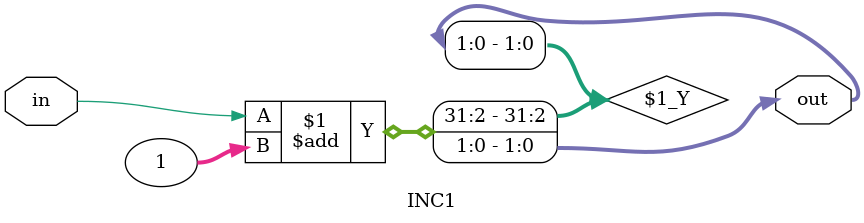
<source format=v>
module INC1 #(parameter SIZE = 1) (input in, output [SIZE:0] out);
assign out = in + 1;
endmodule
</source>
